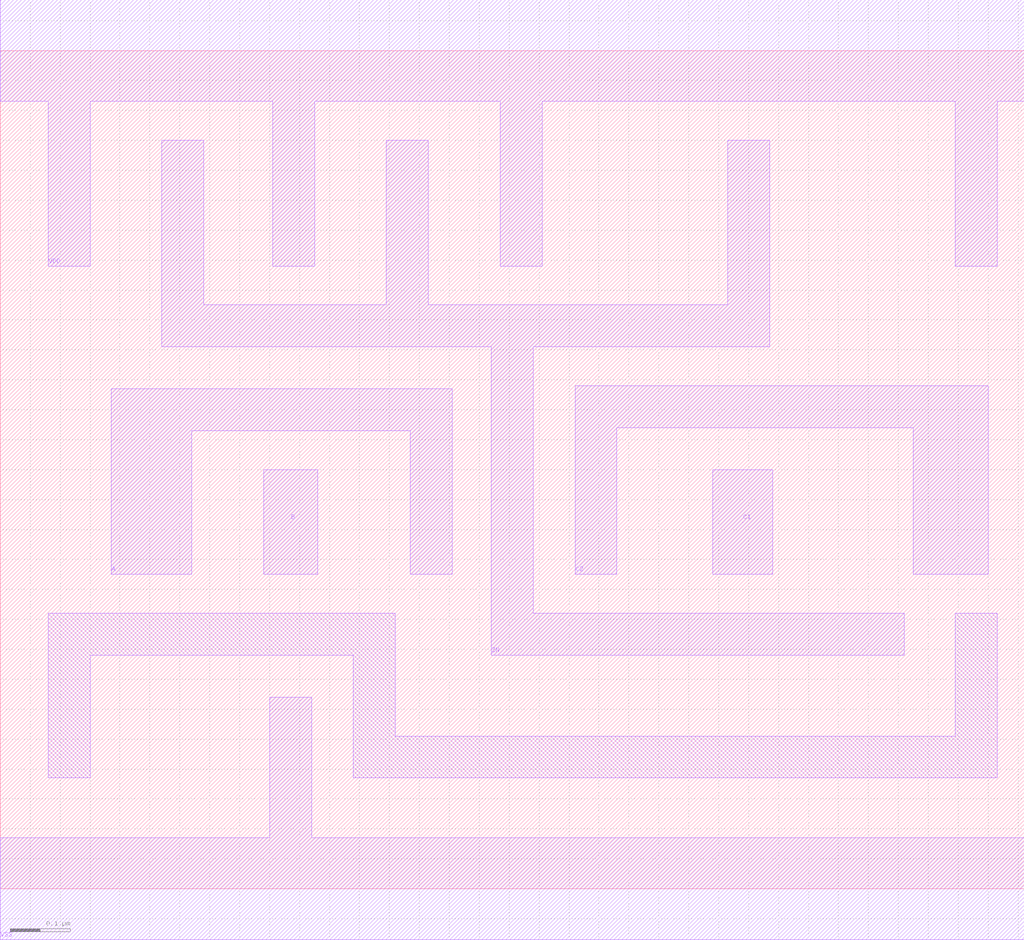
<source format=lef>
# 
# ******************************************************************************
# *                                                                            *
# *                   Copyright (C) 2004-2010, Nangate Inc.                    *
# *                           All rights reserved.                             *
# *                                                                            *
# * Nangate and the Nangate logo are trademarks of Nangate Inc.                *
# *                                                                            *
# * All trademarks, logos, software marks, and trade names (collectively the   *
# * "Marks") in this program are proprietary to Nangate or other respective    *
# * owners that have granted Nangate the right and license to use such Marks.  *
# * You are not permitted to use the Marks without the prior written consent   *
# * of Nangate or such third party that may own the Marks.                     *
# *                                                                            *
# * This file has been provided pursuant to a License Agreement containing     *
# * restrictions on its use. This file contains valuable trade secrets and     *
# * proprietary information of Nangate Inc., and is protected by U.S. and      *
# * international laws and/or treaties.                                        *
# *                                                                            *
# * The copyright notice(s) in this file does not indicate actual or intended  *
# * publication of this file.                                                  *
# *                                                                            *
# *     NGLibraryCreator, v2010.08-HR32-SP3-2010-08-05 - build 1009061800      *
# *                                                                            *
# ******************************************************************************
# 
# 
# Running on brazil06.nangate.com.br for user Giancarlo Franciscatto (gfr).
# Local time is now Fri, 3 Dec 2010, 19:32:18.
# Main process id is 27821.

VERSION 5.6 ;
BUSBITCHARS "[]" ;
DIVIDERCHAR "/" ;

MACRO OAI211_X2
  CLASS core ;
  FOREIGN OAI211_X2 0.0 0.0 ;
  ORIGIN 0 0 ;
  SYMMETRY X Y ;
  SITE FreePDK45_38x28_10R_NP_162NW_34O ;
  SIZE 1.71 BY 1.4 ;
  PIN A
    DIRECTION INPUT ;
    ANTENNAPARTIALMETALAREA 0.0891 LAYER metal1 ;
    ANTENNAPARTIALMETALSIDEAREA 0.2912 LAYER metal1 ;
    ANTENNAGATEAREA 0.1045 ;
    PORT
      LAYER metal1 ;
        POLYGON 0.185 0.525 0.32 0.525 0.32 0.765 0.685 0.765 0.685 0.525 0.755 0.525 0.755 0.835 0.185 0.835  ;
    END
  END A
  PIN B
    DIRECTION INPUT ;
    ANTENNAPARTIALMETALAREA 0.01575 LAYER metal1 ;
    ANTENNAPARTIALMETALSIDEAREA 0.0689 LAYER metal1 ;
    ANTENNAGATEAREA 0.1045 ;
    PORT
      LAYER metal1 ;
        POLYGON 0.44 0.525 0.53 0.525 0.53 0.7 0.44 0.7  ;
    END
  END B
  PIN C1
    DIRECTION INPUT ;
    ANTENNAPARTIALMETALAREA 0.0175 LAYER metal1 ;
    ANTENNAPARTIALMETALSIDEAREA 0.0715 LAYER metal1 ;
    ANTENNAGATEAREA 0.1045 ;
    PORT
      LAYER metal1 ;
        POLYGON 1.19 0.525 1.29 0.525 1.29 0.7 1.19 0.7  ;
    END
  END C1
  PIN C2
    DIRECTION INPUT ;
    ANTENNAPARTIALMETALAREA 0.096075 LAYER metal1 ;
    ANTENNAPARTIALMETALSIDEAREA 0.325 LAYER metal1 ;
    ANTENNAGATEAREA 0.1045 ;
    PORT
      LAYER metal1 ;
        POLYGON 0.96 0.525 1.03 0.525 1.03 0.77 1.525 0.77 1.525 0.525 1.65 0.525 1.65 0.84 0.96 0.84  ;
    END
  END C2
  PIN ZN
    DIRECTION OUTPUT ;
    ANTENNAPARTIALMETALAREA 0.20825 LAYER metal1 ;
    ANTENNAPARTIALMETALSIDEAREA 0.7917 LAYER metal1 ;
    ANTENNADIFFAREA 0.38395 ;
    PORT
      LAYER metal1 ;
        POLYGON 0.27 0.905 0.82 0.905 0.82 0.39 1.51 0.39 1.51 0.46 0.89 0.46 0.89 0.905 1.285 0.905 1.285 1.25 1.215 1.25 1.215 0.975 0.715 0.975 0.715 1.25 0.645 1.25 0.645 0.975 0.34 0.975 0.34 1.25 0.27 1.25  ;
    END
  END ZN
  PIN VDD
    DIRECTION INOUT ;
    USE power ;
    SHAPE ABUTMENT ;
    PORT
      LAYER metal1 ;
        POLYGON 0 1.315 0.08 1.315 0.08 1.04 0.15 1.04 0.15 1.315 0.455 1.315 0.455 1.04 0.525 1.04 0.525 1.315 0.835 1.315 0.835 1.04 0.905 1.04 0.905 1.315 1.595 1.315 1.595 1.04 1.665 1.04 1.665 1.315 1.71 1.315 1.71 1.485 1.665 1.485 0 1.485  ;
    END
  END VDD
  PIN VSS
    DIRECTION INOUT ;
    USE ground ;
    SHAPE ABUTMENT ;
    PORT
      LAYER metal1 ;
        POLYGON 0 -0.085 1.71 -0.085 1.71 0.085 0.52 0.085 0.52 0.32 0.45 0.32 0.45 0.085 0 0.085  ;
    END
  END VSS
  OBS
      LAYER metal1 ;
        POLYGON 0.08 0.185 0.15 0.185 0.15 0.39 0.59 0.39 0.59 0.185 1.665 0.185 1.665 0.46 1.595 0.46 1.595 0.255 0.66 0.255 0.66 0.46 0.08 0.46  ;
  END
END OAI211_X2

END LIBRARY
#
# End of file
#

</source>
